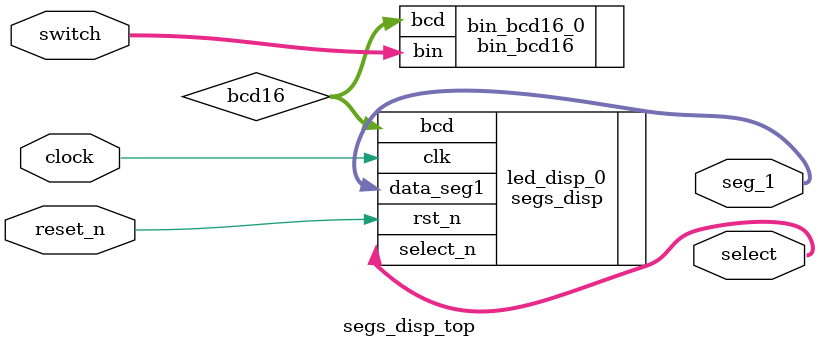
<source format=v>
module segs_disp_top(
    input clock,
    input reset_n,
    input [15:0] switch,
    output [7:0] seg_1,
    output [7:0] select
);

    wire [18:0] bcd16;

    bin_bcd16 bin_bcd16_0(
        .bin(switch),
        .bcd(bcd16)
    );

    segs_disp led_disp_0(
        .clk(clock),
        .rst_n(reset_n),
        .bcd(bcd16),
        .data_seg1(seg_1),
        .select_n(select)
    );

endmodule
</source>
